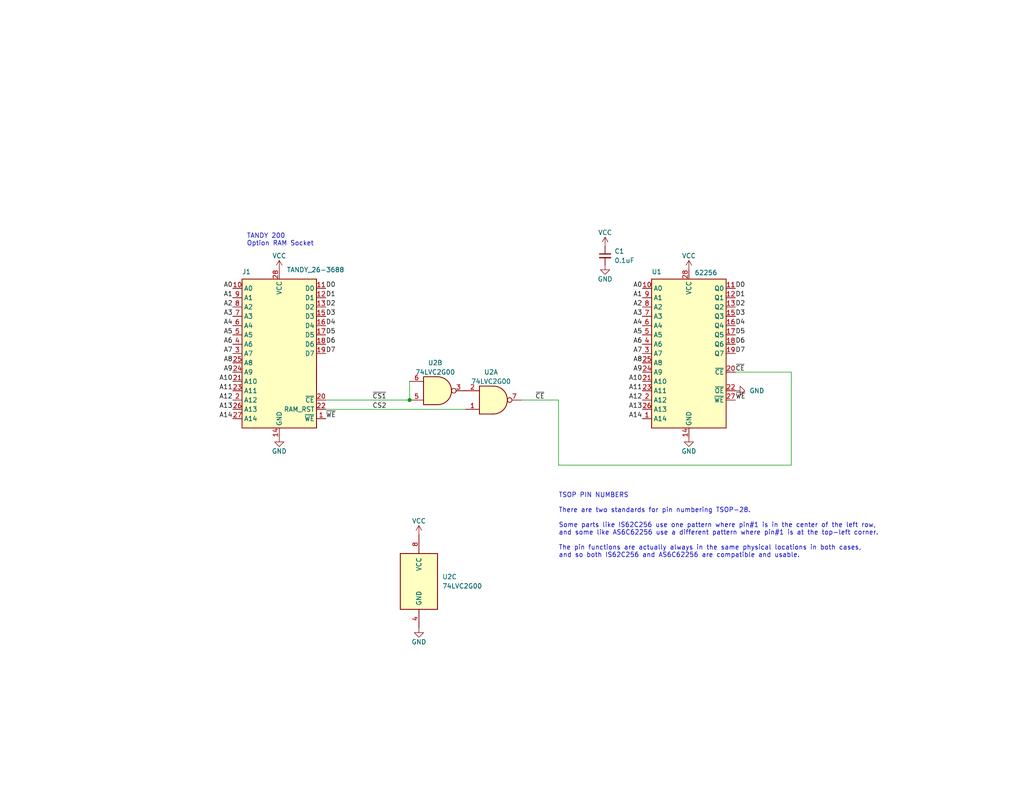
<source format=kicad_sch>
(kicad_sch (version 20211123) (generator eeschema)
  (paper "USLetter")
  (title_block (title "TANDY 200 RAM") (date "2022-10-01") (rev "002") (company "b.kenyon.w@gmail.com") (comment 1 "github.com/bkw777/TANDY_200_RAM") (comment 2 "Replaces TANDY 26-3866"))
  (lib_symbols
    (symbol "000_LOCAL:62256"
      (property "Reference" "U" (at -10.16 20.955 0))
      (property "Value" "62256" (at 1.524 21.336 0))
      (symbol "62256_0_0"
        (pin power_in line (at 0 -22.86 90) (length 2.54) (name "GND") (number "14"))
        (pin power_in line (at 0 22.86 270) (length 2.54) (name "VCC") (number "28"))
      )
      (symbol "62256_0_1"
        (rectangle (start -10.16 20.32) (end 10.16 -20.32) (stroke (width 0.254)) (fill (type background)))
      )
      (symbol "62256_1_1"
        (pin input line (at -12.7 -17.78 0) (length 2.54) (name "A14") (number "1"))
        (pin input line (at -12.7 17.78 0) (length 2.54) (name "A0") (number "10"))
        (pin tri_state line (at 12.7 17.78 180) (length 2.54) (name "Q0") (number "11"))
        (pin tri_state line (at 12.7 15.24 180) (length 2.54) (name "Q1") (number "12"))
        (pin tri_state line (at 12.7 12.7 180) (length 2.54) (name "Q2") (number "13"))
        (pin tri_state line (at 12.7 10.16 180) (length 2.54) (name "Q3") (number "15"))
        (pin tri_state line (at 12.7 7.62 180) (length 2.54) (name "Q4") (number "16"))
        (pin tri_state line (at 12.7 5.08 180) (length 2.54) (name "Q5") (number "17"))
        (pin tri_state line (at 12.7 2.54 180) (length 2.54) (name "Q6") (number "18"))
        (pin tri_state line (at 12.7 0 180) (length 2.54) (name "Q7") (number "19"))
        (pin input line (at -12.7 -12.7 0) (length 2.54) (name "A12") (number "2"))
        (pin input line (at 12.7 -5.08 180) (length 2.54) (name "~{CE}") (number "20"))
        (pin input line (at -12.7 -7.62 0) (length 2.54) (name "A10") (number "21"))
        (pin input line (at 12.7 -10.16 180) (length 2.54) (name "~{OE}") (number "22"))
        (pin input line (at -12.7 -10.16 0) (length 2.54) (name "A11") (number "23"))
        (pin input line (at -12.7 -5.08 0) (length 2.54) (name "A9") (number "24"))
        (pin input line (at -12.7 -2.54 0) (length 2.54) (name "A8") (number "25"))
        (pin input line (at -12.7 -15.24 0) (length 2.54) (name "A13") (number "26"))
        (pin input line (at 12.7 -12.7 180) (length 2.54) (name "~{WE}") (number "27"))
        (pin input line (at -12.7 0 0) (length 2.54) (name "A7") (number "3"))
        (pin input line (at -12.7 2.54 0) (length 2.54) (name "A6") (number "4"))
        (pin input line (at -12.7 5.08 0) (length 2.54) (name "A5") (number "5"))
        (pin input line (at -12.7 7.62 0) (length 2.54) (name "A4") (number "6"))
        (pin input line (at -12.7 10.16 0) (length 2.54) (name "A3") (number "7"))
        (pin input line (at -12.7 12.7 0) (length 2.54) (name "A2") (number "8"))
        (pin input line (at -12.7 15.24 0) (length 2.54) (name "A1") (number "9"))
      )
    )
    (symbol "000_LOCAL:74LVC2G00" (pin_names (offset 1.016))
      (property "Reference" "U" (at -4.572 4.572 0))
      (property "Value" "74LVC2G00" (at 0 4.572 0))
      (symbol "74LVC2G00_1_1"
        (arc (start 0 -3.81) (mid 3.81 0) (end 0 3.81) (stroke (width 0.254)) (fill (type background)))
        (polyline (pts (xy 0 3.81) (xy -3.81 3.81) (xy -3.81 -3.81) (xy 0 -3.81)) (stroke (width 0.254)) (fill (type background)))
        (pin input line (at -7.62 2.54 0) (length 3.81) (name "~") (number "1"))
        (pin input line (at -7.62 -2.54 0) (length 3.81) (name "~") (number "2"))
        (pin output inverted (at 7.62 0 180) (length 3.81) (name "~") (number "7"))
      )
      (symbol "74LVC2G00_1_2"
        (arc (start -3.81 -3.81) (mid -2.589 0) (end -3.81 3.81) (stroke (width 0.254)))
        (arc (start -0.6096 -3.81) (mid 2.1842 -2.5851) (end 3.81 0) (stroke (width 0.254)) (fill (type background)))
        (polyline (pts (xy -3.81 -3.81) (xy -0.635 -3.81)) (stroke (width 0.254)) (fill (type background)))
        (polyline (pts (xy -3.81 3.81) (xy -0.635 3.81)) (stroke (width 0.254)) (fill (type background)))
        (polyline (pts (xy -0.635 3.81) (xy -3.81 3.81) (xy -3.81 3.81) (xy -3.556 3.4036) (xy -3.0226 2.2606) (xy -2.6924 1.0414) (xy -2.6162 -0.254) (xy -2.7686 -1.4986) (xy -3.175 -2.7178) (xy -3.81 -3.81) (xy -3.81 -3.81) (xy -0.635 -3.81)) (stroke (width -25.4)) (fill (type background)))
        (arc (start 3.81 0) (mid 2.1915 2.5936) (end -0.6096 3.81) (stroke (width 0.254)) (fill (type background)))
        (pin input inverted (at -7.62 2.54 0) (length 4.318) (name "~") (number "1"))
        (pin input inverted (at -7.62 -2.54 0) (length 4.318) (name "~") (number "2"))
        (pin output line (at 7.62 0 180) (length 3.81) (name "~") (number "3"))
      )
      (symbol "74LVC2G00_2_1"
        (arc (start 0 -3.81) (mid 3.81 0) (end 0 3.81) (stroke (width 0.254)) (fill (type background)))
        (polyline (pts (xy 0 3.81) (xy -3.81 3.81) (xy -3.81 -3.81) (xy 0 -3.81)) (stroke (width 0.254)) (fill (type background)))
        (pin output inverted (at 7.62 0 180) (length 3.81) (name "~") (number "3"))
        (pin input line (at -7.62 2.54 0) (length 3.81) (name "~") (number "5"))
        (pin input line (at -7.62 -2.54 0) (length 3.81) (name "~") (number "6"))
      )
      (symbol "74LVC2G00_2_2"
        (arc (start -3.81 -3.81) (mid -2.589 0) (end -3.81 3.81) (stroke (width 0.254)))
        (arc (start -0.6096 -3.81) (mid 2.1842 -2.5851) (end 3.81 0) (stroke (width 0.254)) (fill (type background)))
        (polyline (pts (xy -3.81 -3.81) (xy -0.635 -3.81)) (stroke (width 0.254)) (fill (type background)))
        (polyline (pts (xy -3.81 3.81) (xy -0.635 3.81)) (stroke (width 0.254)) (fill (type background)))
        (polyline (pts (xy -0.635 3.81) (xy -3.81 3.81) (xy -3.81 3.81) (xy -3.556 3.4036) (xy -3.0226 2.2606) (xy -2.6924 1.0414) (xy -2.6162 -0.254) (xy -2.7686 -1.4986) (xy -3.175 -2.7178) (xy -3.81 -3.81) (xy -3.81 -3.81) (xy -0.635 -3.81)) (stroke (width -25.4)) (fill (type background)))
        (arc (start 3.81 0) (mid 2.1915 2.5936) (end -0.6096 3.81) (stroke (width 0.254)) (fill (type background)))
        (pin input inverted (at -7.62 2.54 0) (length 4.318) (name "~") (number "4"))
        (pin input inverted (at -7.62 -2.54 0) (length 4.318) (name "~") (number "5"))
        (pin output line (at 7.62 0 180) (length 3.81) (name "~") (number "6"))
      )
      (symbol "74LVC2G00_3_0"
        (pin power_in line (at 0 -12.7 90) (length 5.08) (name "GND") (number "4"))
        (pin power_in line (at 0 12.7 270) (length 5.08) (name "VCC") (number "8"))
      )
      (symbol "74LVC2G00_3_1"
        (rectangle (start -5.08 7.62) (end 5.08 -7.62) (stroke (width 0.254)) (fill (type background)))
      )
      (symbol "74LVC2G00_3_2"
        (arc (start -3.81 -3.81) (mid -2.589 0) (end -3.81 3.81) (stroke (width 0.254)))
        (arc (start -0.6096 -3.81) (mid 2.1842 -2.5851) (end 3.81 0) (stroke (width 0.254)) (fill (type background)))
        (polyline (pts (xy -3.81 -3.81) (xy -0.635 -3.81)) (stroke (width 0.254)) (fill (type background)))
        (polyline (pts (xy -3.81 3.81) (xy -0.635 3.81)) (stroke (width 0.254)) (fill (type background)))
        (polyline (pts (xy -0.635 3.81) (xy -3.81 3.81) (xy -3.81 3.81) (xy -3.556 3.4036) (xy -3.0226 2.2606) (xy -2.6924 1.0414) (xy -2.6162 -0.254) (xy -2.7686 -1.4986) (xy -3.175 -2.7178) (xy -3.81 -3.81) (xy -3.81 -3.81) (xy -0.635 -3.81)) (stroke (width -25.4)) (fill (type background)))
        (arc (start 3.81 0) (mid 2.1915 2.5936) (end -0.6096 3.81) (stroke (width 0.254)) (fill (type background)))
        (pin input inverted (at -7.62 -2.54 0) (length 4.318) (name "~") (number "10"))
        (pin output line (at 7.62 0 180) (length 3.81) (name "~") (number "8"))
        (pin input inverted (at -7.62 2.54 0) (length 4.318) (name "~") (number "9"))
      )
    )
    (symbol "000_LOCAL:C" (pin_numbers hide) (pin_names (offset 0.254) hide)
      (property "Reference" "C" (at 0.254 1.778 0))
      (property "Value" "C" (at 0.254 -2.032 0))
      (symbol "C_0_1"
        (polyline (pts (xy -1.524 -0.508) (xy 1.524 -0.508)) (stroke (width 0.3302)))
        (polyline (pts (xy -1.524 0.508) (xy 1.524 0.508)) (stroke (width 0.3048)))
      )
      (symbol "C_1_1"
        (pin passive line (at 0 2.54 270) (length 2.032) (name "~") (number "1"))
        (pin passive line (at 0 -2.54 90) (length 2.032) (name "~") (number "2"))
      )
    )
    (symbol "000_LOCAL:GND" (power) (pin_names (offset 0))
      (property "Value" "GND" (at 0 -3.81 0))
      (symbol "GND_0_1"
        (polyline (pts (xy 0 0) (xy 0 -1.27) (xy 1.27 -1.27) (xy 0 -2.54) (xy -1.27 -1.27) (xy 0 -1.27)))
      )
      (symbol "GND_1_1"
        (pin power_in line (at 0 0 270) (length 0) hide (name "GND") (number "1"))
      )
    )
    (symbol "000_LOCAL:TANDY_26-3688"
      (property "Reference" "U" (at -10.16 20.955 0))
      (property "Value" "TANDY_26-3688" (at 2.54 20.955 0))
      (symbol "TANDY_26-3688_0_0"
        (pin power_in line (at 0 22.86 270) (length 2.54) (name "VCC") (number "28"))
      )
      (symbol "TANDY_26-3688_0_1"
        (rectangle (start -10.16 20.32) (end 10.16 -20.32) (stroke (width 0.254)) (fill (type background)))
      )
      (symbol "TANDY_26-3688_1_1"
        (pin input line (at 12.7 -17.78 180) (length 2.54) (name "~{WE}") (number "1"))
        (pin input line (at -12.7 17.78 0) (length 2.54) (name "A0") (number "10"))
        (pin tri_state line (at 12.7 17.78 180) (length 2.54) (name "D0") (number "11"))
        (pin tri_state line (at 12.7 15.24 180) (length 2.54) (name "D1") (number "12"))
        (pin tri_state line (at 12.7 12.7 180) (length 2.54) (name "D2") (number "13"))
        (pin power_in line (at 0 -22.86 90) (length 2.54) (name "GND") (number "14"))
        (pin tri_state line (at 12.7 10.16 180) (length 2.54) (name "D3") (number "15"))
        (pin tri_state line (at 12.7 7.62 180) (length 2.54) (name "D4") (number "16"))
        (pin tri_state line (at 12.7 5.08 180) (length 2.54) (name "D5") (number "17"))
        (pin tri_state line (at 12.7 2.54 180) (length 2.54) (name "D6") (number "18"))
        (pin tri_state line (at 12.7 0 180) (length 2.54) (name "D7") (number "19"))
        (pin input line (at -12.7 -12.7 0) (length 2.54) (name "A12") (number "2"))
        (pin input line (at 12.7 -12.7 180) (length 2.54) (name "~{CE}") (number "20"))
        (pin input line (at -12.7 -7.62 0) (length 2.54) (name "A10") (number "21"))
        (pin input line (at 12.7 -15.24 180) (length 2.54) (name "RAM_RST") (number "22"))
        (pin input line (at -12.7 -10.16 0) (length 2.54) (name "A11") (number "23"))
        (pin input line (at -12.7 -5.08 0) (length 2.54) (name "A9") (number "24"))
        (pin input line (at -12.7 -2.54 0) (length 2.54) (name "A8") (number "25"))
        (pin input line (at -12.7 -15.24 0) (length 2.54) (name "A13") (number "26"))
        (pin input line (at -12.7 -17.78 0) (length 2.54) (name "A14") (number "27"))
        (pin input line (at -12.7 0 0) (length 2.54) (name "A7") (number "3"))
        (pin input line (at -12.7 2.54 0) (length 2.54) (name "A6") (number "4"))
        (pin input line (at -12.7 5.08 0) (length 2.54) (name "A5") (number "5"))
        (pin input line (at -12.7 7.62 0) (length 2.54) (name "A4") (number "6"))
        (pin input line (at -12.7 10.16 0) (length 2.54) (name "A3") (number "7"))
        (pin input line (at -12.7 12.7 0) (length 2.54) (name "A2") (number "8"))
        (pin input line (at -12.7 15.24 0) (length 2.54) (name "A1") (number "9"))
      )
    )
    (symbol "74LVC2G00_1" (pin_names (offset 1.016))
      (property "Reference" "U" (at -4.572 4.572 0))
      (property "Value" "74LVC2G00_1" (at 0 4.572 0))
      (symbol "74LVC2G00_1_1_1"
        (arc (start 0 -3.81) (mid 3.81 0) (end 0 3.81) (stroke (width 0.254)) (fill (type background)))
        (polyline (pts (xy 0 3.81) (xy -3.81 3.81) (xy -3.81 -3.81) (xy 0 -3.81)) (stroke (width 0.254)) (fill (type background)))
        (pin input line (at -7.62 2.54 0) (length 3.81) (name "~") (number "1"))
        (pin input line (at -7.62 -2.54 0) (length 3.81) (name "~") (number "2"))
        (pin output inverted (at 7.62 0 180) (length 3.81) (name "~") (number "7"))
      )
      (symbol "74LVC2G00_1_1_2"
        (arc (start -3.81 -3.81) (mid -2.589 0) (end -3.81 3.81) (stroke (width 0.254)))
        (arc (start -0.6096 -3.81) (mid 2.1842 -2.5851) (end 3.81 0) (stroke (width 0.254)) (fill (type background)))
        (polyline (pts (xy -3.81 -3.81) (xy -0.635 -3.81)) (stroke (width 0.254)) (fill (type background)))
        (polyline (pts (xy -3.81 3.81) (xy -0.635 3.81)) (stroke (width 0.254)) (fill (type background)))
        (polyline (pts (xy -0.635 3.81) (xy -3.81 3.81) (xy -3.81 3.81) (xy -3.556 3.4036) (xy -3.0226 2.2606) (xy -2.6924 1.0414) (xy -2.6162 -0.254) (xy -2.7686 -1.4986) (xy -3.175 -2.7178) (xy -3.81 -3.81) (xy -3.81 -3.81) (xy -0.635 -3.81)) (stroke (width -25.4)) (fill (type background)))
        (arc (start 3.81 0) (mid 2.1915 2.5936) (end -0.6096 3.81) (stroke (width 0.254)) (fill (type background)))
        (pin input inverted (at -7.62 2.54 0) (length 4.318) (name "~") (number "1"))
        (pin input inverted (at -7.62 -2.54 0) (length 4.318) (name "~") (number "2"))
        (pin output line (at 7.62 0 180) (length 3.81) (name "~") (number "3"))
      )
      (symbol "74LVC2G00_1_2_1"
        (arc (start 0 -3.81) (mid 3.81 0) (end 0 3.81) (stroke (width 0.254)) (fill (type background)))
        (polyline (pts (xy 0 3.81) (xy -3.81 3.81) (xy -3.81 -3.81) (xy 0 -3.81)) (stroke (width 0.254)) (fill (type background)))
        (pin output inverted (at 7.62 0 180) (length 3.81) (name "~") (number "3"))
        (pin input line (at -7.62 2.54 0) (length 3.81) (name "~") (number "5"))
        (pin input line (at -7.62 -2.54 0) (length 3.81) (name "~") (number "6"))
      )
      (symbol "74LVC2G00_1_2_2"
        (arc (start -3.81 -3.81) (mid -2.589 0) (end -3.81 3.81) (stroke (width 0.254)))
        (arc (start -0.6096 -3.81) (mid 2.1842 -2.5851) (end 3.81 0) (stroke (width 0.254)) (fill (type background)))
        (polyline (pts (xy -3.81 -3.81) (xy -0.635 -3.81)) (stroke (width 0.254)) (fill (type background)))
        (polyline (pts (xy -3.81 3.81) (xy -0.635 3.81)) (stroke (width 0.254)) (fill (type background)))
        (polyline (pts (xy -0.635 3.81) (xy -3.81 3.81) (xy -3.81 3.81) (xy -3.556 3.4036) (xy -3.0226 2.2606) (xy -2.6924 1.0414) (xy -2.6162 -0.254) (xy -2.7686 -1.4986) (xy -3.175 -2.7178) (xy -3.81 -3.81) (xy -3.81 -3.81) (xy -0.635 -3.81)) (stroke (width -25.4)) (fill (type background)))
        (arc (start 3.81 0) (mid 2.1915 2.5936) (end -0.6096 3.81) (stroke (width 0.254)) (fill (type background)))
        (pin input inverted (at -7.62 2.54 0) (length 4.318) (name "~") (number "4"))
        (pin input inverted (at -7.62 -2.54 0) (length 4.318) (name "~") (number "5"))
        (pin output line (at 7.62 0 180) (length 3.81) (name "~") (number "6"))
      )
      (symbol "74LVC2G00_1_3_0"
        (pin power_in line (at 0 -12.7 90) (length 5.08) (name "GND") (number "4"))
        (pin power_in line (at 0 12.7 270) (length 5.08) (name "VCC") (number "8"))
      )
      (symbol "74LVC2G00_1_3_1"
        (rectangle (start -5.08 7.62) (end 5.08 -7.62) (stroke (width 0.254)) (fill (type background)))
      )
      (symbol "74LVC2G00_1_3_2"
        (arc (start -3.81 -3.81) (mid -2.589 0) (end -3.81 3.81) (stroke (width 0.254)))
        (arc (start -0.6096 -3.81) (mid 2.1842 -2.5851) (end 3.81 0) (stroke (width 0.254)) (fill (type background)))
        (polyline (pts (xy -3.81 -3.81) (xy -0.635 -3.81)) (stroke (width 0.254)) (fill (type background)))
        (polyline (pts (xy -3.81 3.81) (xy -0.635 3.81)) (stroke (width 0.254)) (fill (type background)))
        (polyline (pts (xy -0.635 3.81) (xy -3.81 3.81) (xy -3.81 3.81) (xy -3.556 3.4036) (xy -3.0226 2.2606) (xy -2.6924 1.0414) (xy -2.6162 -0.254) (xy -2.7686 -1.4986) (xy -3.175 -2.7178) (xy -3.81 -3.81) (xy -3.81 -3.81) (xy -0.635 -3.81)) (stroke (width -25.4)) (fill (type background)))
        (arc (start 3.81 0) (mid 2.1915 2.5936) (end -0.6096 3.81) (stroke (width 0.254)) (fill (type background)))
        (pin input inverted (at -7.62 -2.54 0) (length 4.318) (name "~") (number "10"))
        (pin output line (at 7.62 0 180) (length 3.81) (name "~") (number "8"))
        (pin input inverted (at -7.62 2.54 0) (length 4.318) (name "~") (number "9"))
      )
    )
    (symbol "power:GND" (power) (pin_names (offset 0))
      (property "Value" "GND" (at 0 -3.81 0))
      (symbol "GND_0_1"
        (polyline (pts (xy 0 0) (xy 0 -1.27) (xy 1.27 -1.27) (xy 0 -2.54) (xy -1.27 -1.27) (xy 0 -1.27)))
      )
      (symbol "GND_1_1"
        (pin power_in line (at 0 0 270) (length 0) hide (name "GND") (number "1"))
      )
    )
    (symbol "power:VCC" (power) (pin_names (offset 0))
      (property "Value" "VCC" (at 0 3.81 0))
      (symbol "VCC_0_1"
        (polyline (pts (xy -0.762 1.27) (xy 0 2.54)))
        (polyline (pts (xy 0 0) (xy 0 2.54)))
        (polyline (pts (xy 0 2.54) (xy 0.762 1.27)))
      )
      (symbol "VCC_1_1"
        (pin power_in line (at 0 0 90) (length 0) hide (name "VCC") (number "1"))
      )
    )
  )
  (junction (at 111.76 109.22))
  (wire (pts (xy 215.9 101.6) (xy 215.9 127)))
  (wire (pts (xy 88.9 111.76) (xy 127 111.76)))
  (wire (pts (xy 142.24 109.22) (xy 152.4 109.22)))
  (wire (pts (xy 111.76 104.14) (xy 111.76 109.22)))
  (wire (pts (xy 88.9 109.22) (xy 111.76 109.22)))
  (wire (pts (xy 152.4 127) (xy 215.9 127)))
  (wire (pts (xy 200.66 101.6) (xy 215.9 101.6)))
  (wire (pts (xy 152.4 109.22) (xy 152.4 127)))
  (text "TANDY 200\nOption RAM Socket" (at 67.31 67.31 0) (effects (font (size 1.27 1.27)) (justify left bottom)))
  (text "TSOP PIN NUMBERS\n\nThere are two standards for pin numbering TSOP-28.\n\nSome parts like IS62C256 use one pattern where pin#1 is in the center of the left row,\nand some like AS6C62256 use a different pattern where pin#1 is at the top-left corner.\n\nThe pin functions are actually always in the same physical locations in both cases,\nand so both IS62C256 and AS6C62256 are compatible and usable." (at 152.4 152.4 0) (effects (font (size 1.27 1.27)) (justify left bottom)))
  (label "A13" (at 175.26 111.76 180))
  (label "A1" (at 63.5 81.28 180))
  (label "D6" (at 200.66 93.98 0))
  (label "A4" (at 175.26 88.9 180))
  (label "~{CE}" (at 146.05 109.22 0))
  (label "A6" (at 175.26 93.98 180))
  (label "A9" (at 63.5 101.6 180))
  (label "A4" (at 63.5 88.9 180))
  (label "D6" (at 88.9 93.98 0))
  (label "A7" (at 63.5 96.52 180))
  (label "CS2" (at 101.6 111.76 0))
  (label "D3" (at 88.9 86.36 0))
  (label "D2" (at 88.9 83.82 0))
  (label "~{WE}" (at 200.66 109.22 0))
  (label "A0" (at 63.5 78.74 180))
  (label "A3" (at 63.5 86.36 180))
  (label "A1" (at 175.26 81.28 180))
  (label "A12" (at 63.5 109.22 180))
  (label "A8" (at 175.26 99.06 180))
  (label "A0" (at 175.26 78.74 180))
  (label "A2" (at 175.26 83.82 180))
  (label "D0" (at 200.66 78.74 0))
  (label "D4" (at 88.9 88.9 0))
  (label "A14" (at 175.26 114.3 180))
  (label "A13" (at 63.5 111.76 180))
  (label "A3" (at 175.26 86.36 180))
  (label "A9" (at 175.26 101.6 180))
  (label "D2" (at 200.66 83.82 0))
  (label "D5" (at 200.66 91.44 0))
  (label "A7" (at 175.26 96.52 180))
  (label "D1" (at 200.66 81.28 0))
  (label "A12" (at 175.26 109.22 180))
  (label "A8" (at 63.5 99.06 180))
  (label "~{CE}" (at 200.66 101.6 0))
  (label "A10" (at 63.5 104.14 180))
  (label "A10" (at 175.26 104.14 180))
  (label "A11" (at 175.26 106.68 180))
  (label "A5" (at 63.5 91.44 180))
  (label "D7" (at 200.66 96.52 0))
  (label "D7" (at 88.9 96.52 0))
  (label "A14" (at 63.5 114.3 180))
  (label "D1" (at 88.9 81.28 0))
  (label "A5" (at 175.26 91.44 180))
  (label "D3" (at 200.66 86.36 0))
  (label "D4" (at 200.66 88.9 0))
  (label "A11" (at 63.5 106.68 180))
  (label "D0" (at 88.9 78.74 0))
  (label "~{WE}" (at 88.9 114.3 0))
  (label "A6" (at 63.5 93.98 180))
  (label "A2" (at 63.5 83.82 180))
  (label "D5" (at 88.9 91.44 0))
  (label "~{CS1}" (at 101.6 109.22 0))
  (symbol (lib_id "power:VCC") (at 76.2 73.66 0) (unit 1)
    (property "Reference" "#PWR0104" (effects hide))
    (property "Value" "VCC" (at 76.2 69.85 0))
  )
  (symbol (lib_id "power:GND") (at 76.2 119.38 0) (unit 1)
    (property "Reference" "#PWR0108" (effects hide))
    (property "Value" "GND" (at 76.2 123.19 0))
  )
  (symbol (lib_id "000_LOCAL:TANDY_26-3688") (at 76.2 96.52 0) (unit 1)
    (property "Reference" "J1" (at 66.04 74.93 0) (effects (justify left bottom)))
    (property "Value" "TANDY_26-3688" (at 78.2194 73.66 0) (effects (justify left)))
    (property "Footprint" "000_LOCAL:KEL ICC05-028-360TP" (effects hide))
  )
  (symbol (lib_id "power:VCC") (at 165.1 67.31 0) (unit 1)
    (property "Reference" "#PWR0106" (effects hide))
    (property "Value" "VCC" (at 165.1 63.5 0))
  )
  (symbol (lib_id "000_LOCAL:74LVC2G00") (at 114.3 158.75 0) (unit 3)
    (property "Reference" "U2" (at 120.65 157.4799 0) (effects (justify left)))
    (property "Value" "74LVC2G00" (at 120.65 160.0199 0) (effects (justify left)))
    (property "Footprint" "000_LOCAL:SSOP-8_2.95x2.8x0.65" (effects hide))
    (property "Datasheet" "https://www.ti.com/lit/gpn/sn74lvc2g00" (effects hide))
  )
  (symbol (lib_id "power:VCC") (at 187.96 73.66 0) (unit 1)
    (property "Reference" "#PWR0101" (effects hide))
    (property "Value" "VCC" (at 187.96 69.85 0))
  )
  (symbol (lib_id "power:GND") (at 165.1 72.39 0) (unit 1)
    (property "Reference" "#PWR0105" (effects hide))
    (property "Value" "GND" (at 165.1 76.2 0))
  )
  (symbol (lib_id "000_LOCAL:C") (at 165.1 69.85 0) (unit 1)
    (property "Reference" "C1" (at 167.64 68.5862 0) (effects (justify left)))
    (property "Value" "0.1uF" (at 167.64 71.1262 0) (effects (justify left)))
    (property "Footprint" "000_LOCAL:C_0805" (effects hide))
  )
  (symbol (lib_id "000_LOCAL:74LVC2G00") (at 119.38 106.68 0) (mirror x) (unit 2)
    (property "Reference" "U2" (at 118.745 99.06 0))
    (property "Value" "74LVC2G00" (at 118.745 101.6 0))
    (property "Footprint" "000_LOCAL:SSOP-8_2.95x2.8x0.65" (effects hide))
    (property "Datasheet" "https://www.ti.com/lit/gpn/sn74lvc2g00" (effects hide))
  )
  (symbol (lib_id "power:VCC") (at 114.3 146.05 0) (unit 1)
    (property "Reference" "#PWR0103" (effects hide))
    (property "Value" "VCC" (at 114.3 142.24 0))
  )
  (symbol (lib_name "74LVC2G00_1") (lib_id "000_LOCAL:74LVC2G00") (at 134.62 109.22 0) (mirror x) (unit 1)
    (property "Reference" "U2" (at 133.985 101.6 0))
    (property "Value" "74LVC2G00" (at 133.985 104.14 0))
    (property "Footprint" "000_LOCAL:SSOP-8_2.95x2.8x0.65" (effects hide))
    (property "Datasheet" "https://www.ti.com/lit/gpn/sn74lvc2g00" (effects hide))
  )
  (symbol (lib_id "power:GND") (at 114.3 171.45 0) (unit 1)
    (property "Reference" "#PWR0109" (effects hide))
    (property "Value" "GND" (at 114.3 175.26 0))
  )
  (symbol (lib_id "000_LOCAL:GND") (at 200.66 106.68 90) (unit 1)
    (property "Reference" "#PWR0107" (effects hide))
    (property "Value" "GND" (at 204.47 106.6799 90) (effects (justify right)))
  )
  (symbol (lib_id "power:GND") (at 187.96 119.38 0) (unit 1)
    (property "Reference" "#PWR0102" (effects hide))
    (property "Value" "GND" (at 187.96 123.19 0))
  )
  (symbol (lib_id "000_LOCAL:62256") (at 187.96 96.52 0) (unit 1)
    (property "Reference" "U1" (at 177.8 74.93 0) (effects (justify left bottom)))
    (property "Value" "62256" (at 189.484 75.184 0) (effects (justify left bottom)))
    (property "Footprint" "000_LOCAL:TSOP-28" (effects hide))
    (property "Datasheet" "https://www.futurlec.com/Datasheet/Memory/62256.pdf" (effects hide))
  )
)
</source>
